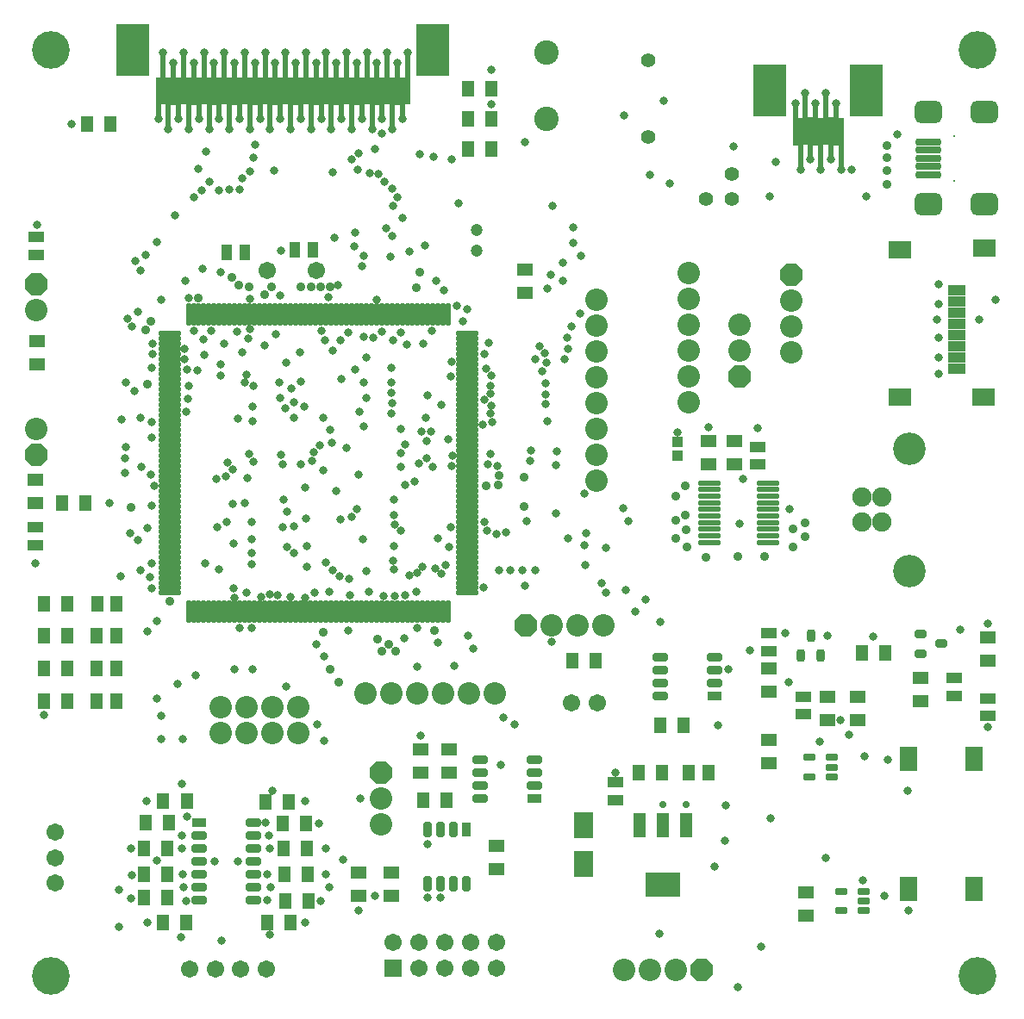
<source format=gts>
G04 Layer_Color=8388736*
%FSLAX43Y43*%
%MOMM*%
G71*
G01*
G75*
%ADD74R,1.203X1.503*%
G04:AMPARAMS|DCode=75|XSize=1.524mm|YSize=0.813mm|CornerRadius=0.254mm|HoleSize=0mm|Usage=FLASHONLY|Rotation=180.000|XOffset=0mm|YOffset=0mm|HoleType=Round|Shape=RoundedRectangle|*
%AMROUNDEDRECTD75*
21,1,1.524,0.305,0,0,180.0*
21,1,1.016,0.813,0,0,180.0*
1,1,0.508,-0.508,0.152*
1,1,0.508,0.508,0.152*
1,1,0.508,0.508,-0.152*
1,1,0.508,-0.508,-0.152*
%
%ADD75ROUNDEDRECTD75*%
%ADD76R,1.473X0.813*%
%ADD77R,1.203X1.603*%
%ADD78R,1.803X2.403*%
G04:AMPARAMS|DCode=79|XSize=0.753mm|YSize=1.203mm|CornerRadius=0.239mm|HoleSize=0mm|Usage=FLASHONLY|Rotation=90.000|XOffset=0mm|YOffset=0mm|HoleType=Round|Shape=RoundedRectangle|*
%AMROUNDEDRECTD79*
21,1,0.753,0.725,0,0,90.0*
21,1,0.275,1.203,0,0,90.0*
1,1,0.478,0.362,0.138*
1,1,0.478,0.362,-0.138*
1,1,0.478,-0.362,-0.138*
1,1,0.478,-0.362,0.138*
%
%ADD79ROUNDEDRECTD79*%
G04:AMPARAMS|DCode=80|XSize=0.853mm|YSize=1.203mm|CornerRadius=0.264mm|HoleSize=0mm|Usage=FLASHONLY|Rotation=270.000|XOffset=0mm|YOffset=0mm|HoleType=Round|Shape=RoundedRectangle|*
%AMROUNDEDRECTD80*
21,1,0.853,0.675,0,0,270.0*
21,1,0.325,1.203,0,0,270.0*
1,1,0.528,-0.338,-0.163*
1,1,0.528,-0.338,0.163*
1,1,0.528,0.338,0.163*
1,1,0.528,0.338,-0.163*
%
%ADD80ROUNDEDRECTD80*%
%ADD81O,2.303X0.503*%
%ADD82O,0.503X2.303*%
%ADD83R,0.503X5.203*%
%ADD84R,3.203X5.203*%
%ADD85R,0.503X4.203*%
%ADD86R,1.703X1.003*%
%ADD87R,2.203X1.653*%
%ADD88O,2.303X0.553*%
%ADD89R,3.453X2.353*%
%ADD90R,1.203X2.353*%
%ADD91R,1.953X2.603*%
%ADD92R,1.053X1.603*%
%ADD93R,1.603X1.053*%
%ADD94R,1.503X1.203*%
%ADD95R,1.103X1.003*%
G04:AMPARAMS|DCode=96|XSize=2.203mm|YSize=2.703mm|CornerRadius=0.602mm|HoleSize=0mm|Usage=FLASHONLY|Rotation=270.000|XOffset=0mm|YOffset=0mm|HoleType=Round|Shape=RoundedRectangle|*
%AMROUNDEDRECTD96*
21,1,2.203,1.500,0,0,270.0*
21,1,1.000,2.703,0,0,270.0*
1,1,1.203,-0.750,-0.500*
1,1,1.203,-0.750,0.500*
1,1,1.203,0.750,0.500*
1,1,1.203,0.750,-0.500*
%
%ADD96ROUNDEDRECTD96*%
G04:AMPARAMS|DCode=97|XSize=0.703mm|YSize=2.503mm|CornerRadius=0.227mm|HoleSize=0mm|Usage=FLASHONLY|Rotation=270.000|XOffset=0mm|YOffset=0mm|HoleType=Round|Shape=RoundedRectangle|*
%AMROUNDEDRECTD97*
21,1,0.703,2.050,0,0,270.0*
21,1,0.250,2.503,0,0,270.0*
1,1,0.453,-1.025,-0.125*
1,1,0.453,-1.025,0.125*
1,1,0.453,1.025,0.125*
1,1,0.453,1.025,-0.125*
%
%ADD97ROUNDEDRECTD97*%
G04:AMPARAMS|DCode=98|XSize=0.853mm|YSize=1.203mm|CornerRadius=0.264mm|HoleSize=0mm|Usage=FLASHONLY|Rotation=0.000|XOffset=0mm|YOffset=0mm|HoleType=Round|Shape=RoundedRectangle|*
%AMROUNDEDRECTD98*
21,1,0.853,0.675,0,0,0.0*
21,1,0.325,1.203,0,0,0.0*
1,1,0.528,0.163,-0.338*
1,1,0.528,-0.163,-0.338*
1,1,0.528,-0.163,0.338*
1,1,0.528,0.163,0.338*
%
%ADD98ROUNDEDRECTD98*%
G04:AMPARAMS|DCode=99|XSize=1.524mm|YSize=0.813mm|CornerRadius=0.254mm|HoleSize=0mm|Usage=FLASHONLY|Rotation=270.000|XOffset=0mm|YOffset=0mm|HoleType=Round|Shape=RoundedRectangle|*
%AMROUNDEDRECTD99*
21,1,1.524,0.305,0,0,270.0*
21,1,1.016,0.813,0,0,270.0*
1,1,0.508,-0.152,-0.508*
1,1,0.508,-0.152,0.508*
1,1,0.508,0.152,0.508*
1,1,0.508,0.152,-0.508*
%
%ADD99ROUNDEDRECTD99*%
%ADD100R,0.813X1.473*%
%ADD101C,1.703*%
%ADD102C,0.903*%
%ADD103C,2.203*%
%ADD104C,1.403*%
%ADD105R,1.703X1.703*%
%ADD106P,2.385X8X112.5*%
%ADD107C,2.403*%
%ADD108P,2.385X8X22.5*%
%ADD109C,1.903*%
%ADD110C,3.203*%
%ADD111C,0.303*%
%ADD112C,1.203*%
%ADD113C,0.803*%
%ADD114C,3.703*%
%ADD115C,0.703*%
D74*
X64300Y95050D02*
D03*
X66600D02*
D03*
X64150Y92550D02*
D03*
X66450D02*
D03*
X64100Y87675D02*
D03*
X66400D02*
D03*
X64125Y89975D02*
D03*
X66425D02*
D03*
X80075Y94950D02*
D03*
X77775D02*
D03*
X76025Y97100D02*
D03*
X78325D02*
D03*
X80150Y92550D02*
D03*
X77850D02*
D03*
X115050Y100000D02*
D03*
X112750D02*
D03*
X108525Y111025D02*
D03*
X106225Y111025D02*
D03*
X117125Y104675D02*
D03*
X114825D02*
D03*
X77975Y87350D02*
D03*
X80275D02*
D03*
X56050Y126475D02*
D03*
X58350D02*
D03*
X136975Y111775D02*
D03*
X134675D02*
D03*
X54275Y116600D02*
D03*
X56575D02*
D03*
X54275Y113408D02*
D03*
X56575D02*
D03*
X54275Y110217D02*
D03*
X56575D02*
D03*
X54275Y107025D02*
D03*
X56575D02*
D03*
X78525Y85225D02*
D03*
X76225D02*
D03*
X68325Y97150D02*
D03*
X66025D02*
D03*
X66000Y85275D02*
D03*
X68300D02*
D03*
X77900Y90025D02*
D03*
X80200D02*
D03*
X91550Y97250D02*
D03*
X93850D02*
D03*
X95975Y167200D02*
D03*
X98275D02*
D03*
X95975Y164250D02*
D03*
X98275D02*
D03*
X95975Y161300D02*
D03*
X98275D02*
D03*
X60822Y163725D02*
D03*
X58522D02*
D03*
D75*
X69583Y90005D02*
D03*
X69583Y88735D02*
D03*
Y87465D02*
D03*
Y93815D02*
D03*
X69583Y92545D02*
D03*
X74917Y88735D02*
D03*
X74917Y90005D02*
D03*
X74917Y87465D02*
D03*
Y93815D02*
D03*
Y95085D02*
D03*
X74917Y92545D02*
D03*
X69583Y91275D02*
D03*
X74917D02*
D03*
X114858Y107545D02*
D03*
X114858Y108815D02*
D03*
Y111355D02*
D03*
X114858Y110085D02*
D03*
X120192Y108815D02*
D03*
Y111355D02*
D03*
X120192Y110085D02*
D03*
X102467Y99985D02*
D03*
Y101255D02*
D03*
Y98715D02*
D03*
X97133Y99985D02*
D03*
Y101255D02*
D03*
Y98715D02*
D03*
Y97445D02*
D03*
D76*
X69583Y95085D02*
D03*
X120192Y107545D02*
D03*
X102467Y97445D02*
D03*
D77*
X119550Y100000D02*
D03*
X117650D02*
D03*
X59525Y116575D02*
D03*
X61425D02*
D03*
X59500Y113400D02*
D03*
X61400D02*
D03*
X59500Y110250D02*
D03*
X61400D02*
D03*
X59500Y107000D02*
D03*
X61400D02*
D03*
D78*
X145650Y101348D02*
D03*
X139250D02*
D03*
X145650Y88550D02*
D03*
X139250D02*
D03*
D79*
X131675Y99575D02*
D03*
X131675Y100525D02*
D03*
X131675Y101475D02*
D03*
X129475D02*
D03*
Y99575D02*
D03*
X134825Y86425D02*
D03*
X134825Y87375D02*
D03*
X134825Y88325D02*
D03*
X132625D02*
D03*
Y86425D02*
D03*
D80*
X142425Y112650D02*
D03*
X140425Y111700D02*
D03*
Y113600D02*
D03*
D81*
X95847Y143143D02*
D03*
Y142643D02*
D03*
Y142143D02*
D03*
Y141643D02*
D03*
Y141143D02*
D03*
Y140643D02*
D03*
Y140143D02*
D03*
Y139643D02*
D03*
Y139143D02*
D03*
Y138643D02*
D03*
Y138143D02*
D03*
Y137643D02*
D03*
Y137143D02*
D03*
Y136643D02*
D03*
Y136143D02*
D03*
Y135643D02*
D03*
Y135143D02*
D03*
Y134643D02*
D03*
Y134143D02*
D03*
Y133643D02*
D03*
Y133143D02*
D03*
Y132643D02*
D03*
Y132143D02*
D03*
Y131643D02*
D03*
Y131143D02*
D03*
Y130643D02*
D03*
Y130143D02*
D03*
Y129643D02*
D03*
Y129143D02*
D03*
Y128643D02*
D03*
Y128143D02*
D03*
Y127643D02*
D03*
Y127143D02*
D03*
Y126643D02*
D03*
Y126143D02*
D03*
Y125643D02*
D03*
Y125143D02*
D03*
Y124643D02*
D03*
Y124143D02*
D03*
Y123643D02*
D03*
Y123143D02*
D03*
Y122643D02*
D03*
Y122143D02*
D03*
Y121643D02*
D03*
Y121143D02*
D03*
Y120643D02*
D03*
Y120143D02*
D03*
Y119643D02*
D03*
Y119143D02*
D03*
Y118643D02*
D03*
Y118143D02*
D03*
Y117643D02*
D03*
X66647D02*
D03*
Y118143D02*
D03*
Y118643D02*
D03*
Y119143D02*
D03*
Y119643D02*
D03*
Y120143D02*
D03*
Y120643D02*
D03*
Y121143D02*
D03*
Y121643D02*
D03*
Y122143D02*
D03*
Y122643D02*
D03*
Y123143D02*
D03*
Y123643D02*
D03*
Y124143D02*
D03*
Y124643D02*
D03*
Y125143D02*
D03*
Y125643D02*
D03*
Y126143D02*
D03*
Y126643D02*
D03*
Y127143D02*
D03*
Y127643D02*
D03*
Y128143D02*
D03*
Y128643D02*
D03*
Y129143D02*
D03*
Y129643D02*
D03*
Y130143D02*
D03*
Y130643D02*
D03*
Y131143D02*
D03*
Y131643D02*
D03*
Y132143D02*
D03*
Y132643D02*
D03*
Y133143D02*
D03*
Y133643D02*
D03*
Y134143D02*
D03*
Y134643D02*
D03*
Y135143D02*
D03*
Y135643D02*
D03*
Y136143D02*
D03*
Y136643D02*
D03*
Y137143D02*
D03*
Y137643D02*
D03*
Y138143D02*
D03*
Y138643D02*
D03*
Y139143D02*
D03*
Y139643D02*
D03*
Y140143D02*
D03*
Y140643D02*
D03*
Y141143D02*
D03*
Y141643D02*
D03*
Y142143D02*
D03*
Y142643D02*
D03*
Y143143D02*
D03*
D82*
X93997Y115793D02*
D03*
X93497D02*
D03*
X92997D02*
D03*
X92497D02*
D03*
X91997D02*
D03*
X91497D02*
D03*
X90997D02*
D03*
X90497D02*
D03*
X89997D02*
D03*
X89497D02*
D03*
X88997D02*
D03*
X88497D02*
D03*
X87997D02*
D03*
X87497D02*
D03*
X86997D02*
D03*
X86497D02*
D03*
X85997D02*
D03*
X85497D02*
D03*
X84997D02*
D03*
X84497D02*
D03*
X83997D02*
D03*
X83497D02*
D03*
X82997D02*
D03*
X82497D02*
D03*
X81997D02*
D03*
X81497D02*
D03*
X80997D02*
D03*
X80497D02*
D03*
X79997D02*
D03*
X79497D02*
D03*
X78997D02*
D03*
X78497D02*
D03*
X77997D02*
D03*
X77497D02*
D03*
X76997D02*
D03*
X76497D02*
D03*
X75997D02*
D03*
X75497D02*
D03*
X74997D02*
D03*
X74497D02*
D03*
X73997D02*
D03*
X73497D02*
D03*
X72997D02*
D03*
X72497D02*
D03*
X71997D02*
D03*
X71497D02*
D03*
X70997D02*
D03*
X70497D02*
D03*
X69997D02*
D03*
X69497D02*
D03*
X68997D02*
D03*
X68497D02*
D03*
Y144993D02*
D03*
X68997D02*
D03*
X69497D02*
D03*
X69997D02*
D03*
X70497D02*
D03*
X70997D02*
D03*
X71497D02*
D03*
X71997D02*
D03*
X72497D02*
D03*
X72997D02*
D03*
X73497D02*
D03*
X73997D02*
D03*
X74497D02*
D03*
X74997D02*
D03*
X75497D02*
D03*
X75997D02*
D03*
X76497D02*
D03*
X76997D02*
D03*
X77497D02*
D03*
X77997D02*
D03*
X78497D02*
D03*
X78997D02*
D03*
X79497D02*
D03*
X79997D02*
D03*
X80497D02*
D03*
X80997D02*
D03*
X81497D02*
D03*
X81997D02*
D03*
X82497D02*
D03*
X82997D02*
D03*
X83497D02*
D03*
X83997D02*
D03*
X84497D02*
D03*
X84997D02*
D03*
X85497D02*
D03*
X85997D02*
D03*
X86497D02*
D03*
X86997D02*
D03*
X87497D02*
D03*
X87997D02*
D03*
X88497D02*
D03*
X88997D02*
D03*
X89497D02*
D03*
X89997D02*
D03*
X90497D02*
D03*
X90997D02*
D03*
X91497D02*
D03*
X91997D02*
D03*
X92497D02*
D03*
X92997D02*
D03*
X93497D02*
D03*
X93997D02*
D03*
D83*
X128600Y161750D02*
D03*
X129100Y164250D02*
D03*
X130600Y161750D02*
D03*
X131100Y164250D02*
D03*
X132600Y161750D02*
D03*
X66025Y168225D02*
D03*
X68025D02*
D03*
X70025D02*
D03*
X72025D02*
D03*
X74025D02*
D03*
X76025D02*
D03*
X78025D02*
D03*
X80025D02*
D03*
X82025D02*
D03*
X84025D02*
D03*
X86025D02*
D03*
X88025D02*
D03*
X90025D02*
D03*
X66525Y165725D02*
D03*
X68525D02*
D03*
X70525D02*
D03*
X72525D02*
D03*
X74525D02*
D03*
X76525D02*
D03*
X78525D02*
D03*
X80525D02*
D03*
X82525D02*
D03*
X84525D02*
D03*
X86525D02*
D03*
X88525D02*
D03*
D84*
X125600Y167000D02*
D03*
X135100D02*
D03*
X92525Y170975D02*
D03*
X63025D02*
D03*
D85*
X128100Y163750D02*
D03*
X129600Y162250D02*
D03*
X130100Y163750D02*
D03*
X131600Y162250D02*
D03*
X132100Y163750D02*
D03*
X65525Y166225D02*
D03*
X67025Y167725D02*
D03*
X67525Y166225D02*
D03*
X69525D02*
D03*
X71525D02*
D03*
X71025Y167725D02*
D03*
X69025D02*
D03*
X73025D02*
D03*
X73525Y166225D02*
D03*
X75025Y167725D02*
D03*
X75525Y166225D02*
D03*
X77025Y167725D02*
D03*
X77525Y166225D02*
D03*
X79025Y167725D02*
D03*
X79525Y166225D02*
D03*
X81025Y167725D02*
D03*
X81525Y166225D02*
D03*
X83025Y167725D02*
D03*
X83525Y166225D02*
D03*
X85025Y167725D02*
D03*
X85525Y166225D02*
D03*
X87025Y167725D02*
D03*
X87525Y166225D02*
D03*
X89025Y167725D02*
D03*
X89525Y166225D02*
D03*
D86*
X144000Y139700D02*
D03*
Y140800D02*
D03*
Y141900D02*
D03*
Y143000D02*
D03*
Y144100D02*
D03*
Y145200D02*
D03*
Y146300D02*
D03*
Y147400D02*
D03*
D87*
X146600Y136900D02*
D03*
X146700Y151500D02*
D03*
X138400Y151400D02*
D03*
Y136900D02*
D03*
D88*
X119625Y128450D02*
D03*
Y127800D02*
D03*
Y127150D02*
D03*
Y126500D02*
D03*
Y125850D02*
D03*
Y125200D02*
D03*
Y124550D02*
D03*
Y123900D02*
D03*
Y123250D02*
D03*
Y122600D02*
D03*
X125425Y128450D02*
D03*
Y127800D02*
D03*
Y127150D02*
D03*
Y126500D02*
D03*
Y125850D02*
D03*
Y125200D02*
D03*
Y124550D02*
D03*
Y123900D02*
D03*
Y123250D02*
D03*
Y122600D02*
D03*
D89*
X115075Y88950D02*
D03*
D90*
X112775Y94800D02*
D03*
X115075Y94800D02*
D03*
X117375Y94800D02*
D03*
D91*
X107275Y94775D02*
D03*
Y90975D02*
D03*
D92*
X80700Y151400D02*
D03*
X78950D02*
D03*
X74025Y151125D02*
D03*
X72275D02*
D03*
D93*
X53500Y124075D02*
D03*
X53500Y122325D02*
D03*
X53575Y152600D02*
D03*
X53575Y150850D02*
D03*
X124375Y130250D02*
D03*
Y132000D02*
D03*
X110475Y97300D02*
D03*
Y99050D02*
D03*
X143725Y109250D02*
D03*
Y107500D02*
D03*
X128900Y107450D02*
D03*
Y105700D02*
D03*
X147025Y107300D02*
D03*
Y105550D02*
D03*
X125525Y111925D02*
D03*
Y113675D02*
D03*
D94*
X53500Y128803D02*
D03*
X53500Y126503D02*
D03*
X53600Y142425D02*
D03*
Y140125D02*
D03*
X119600Y132550D02*
D03*
Y130250D02*
D03*
X122125Y132550D02*
D03*
Y130250D02*
D03*
X134225Y107425D02*
D03*
Y105125D02*
D03*
X129175Y88200D02*
D03*
Y85900D02*
D03*
X125475Y103200D02*
D03*
Y100900D02*
D03*
X131225Y105125D02*
D03*
Y107425D02*
D03*
X125500Y107950D02*
D03*
Y110250D02*
D03*
X98760Y92805D02*
D03*
Y90505D02*
D03*
X88410Y87880D02*
D03*
Y90180D02*
D03*
X85225Y90175D02*
D03*
Y87875D02*
D03*
X140450Y109275D02*
D03*
Y106975D02*
D03*
X146975Y111000D02*
D03*
Y113300D02*
D03*
X101550Y147125D02*
D03*
Y149425D02*
D03*
X94100Y102300D02*
D03*
Y100000D02*
D03*
X91325Y102275D02*
D03*
Y99975D02*
D03*
D95*
X116575Y131150D02*
D03*
Y132450D02*
D03*
D96*
X146675Y164875D02*
D03*
Y155875D02*
D03*
X141175Y164875D02*
D03*
Y155875D02*
D03*
D97*
Y161975D02*
D03*
Y161175D02*
D03*
Y159575D02*
D03*
Y158775D02*
D03*
Y160375D02*
D03*
D98*
X129625Y113475D02*
D03*
X130575Y111475D02*
D03*
X128675D02*
D03*
D99*
X93275Y94347D02*
D03*
X92005D02*
D03*
X94545D02*
D03*
X93275Y89013D02*
D03*
X92005D02*
D03*
X94545D02*
D03*
X95815D02*
D03*
D100*
Y94347D02*
D03*
D101*
X76200Y149300D02*
D03*
X81080D02*
D03*
X108650Y106875D02*
D03*
X106150D02*
D03*
X88570Y83270D02*
D03*
X91110Y80730D02*
D03*
Y83270D02*
D03*
X93650Y80730D02*
D03*
Y83270D02*
D03*
X96190Y80730D02*
D03*
X96190Y83270D02*
D03*
X98730Y80730D02*
D03*
X98730Y83270D02*
D03*
X76150Y80650D02*
D03*
X73650D02*
D03*
X71150D02*
D03*
X68650D02*
D03*
X55425Y89100D02*
D03*
Y91600D02*
D03*
Y94100D02*
D03*
D102*
X69500Y146600D02*
D03*
X76675Y147750D02*
D03*
X64775Y144325D02*
D03*
X64300Y143500D02*
D03*
X117450Y122200D02*
D03*
X116375Y123000D02*
D03*
X127850Y122200D02*
D03*
X129025Y123200D02*
D03*
X127875Y123900D02*
D03*
X117350Y123875D02*
D03*
X116350Y124750D02*
D03*
X117300Y125275D02*
D03*
X64450Y138200D02*
D03*
X62875Y126075D02*
D03*
X99050Y129225D02*
D03*
X97775Y128175D02*
D03*
X129050Y124550D02*
D03*
X117275Y128200D02*
D03*
X116375Y127150D02*
D03*
X82450Y147725D02*
D03*
X81492D02*
D03*
X80533D02*
D03*
X79575D02*
D03*
X74425D02*
D03*
X73425Y147925D02*
D03*
X72800Y148650D02*
D03*
X87050Y113125D02*
D03*
X87475Y111925D02*
D03*
X88175Y112550D02*
D03*
X88825Y111925D02*
D03*
X92650Y113975D02*
D03*
X75975Y146925D02*
D03*
X90850Y147650D02*
D03*
X66650Y116850D02*
D03*
X101500Y126150D02*
D03*
X81700Y113750D02*
D03*
X101425Y129025D02*
D03*
X91200Y149175D02*
D03*
X82425Y110100D02*
D03*
X83225Y108900D02*
D03*
X125075Y121250D02*
D03*
X122475D02*
D03*
X119350Y121125D02*
D03*
X137125Y157825D02*
D03*
X137103Y159200D02*
D03*
Y160400D02*
D03*
Y161625D02*
D03*
X98925Y128250D02*
D03*
D103*
X71642Y106422D02*
D03*
X71642Y103882D02*
D03*
X74182Y103882D02*
D03*
X74182Y106422D02*
D03*
X76722Y103882D02*
D03*
Y106422D02*
D03*
X79262Y103882D02*
D03*
Y106422D02*
D03*
X98625Y107725D02*
D03*
X96085D02*
D03*
X93545D02*
D03*
X91005D02*
D03*
X88465D02*
D03*
X85925D02*
D03*
X108600Y146500D02*
D03*
Y143960D02*
D03*
Y141420D02*
D03*
Y138880D02*
D03*
Y136340D02*
D03*
Y133800D02*
D03*
Y131260D02*
D03*
Y128720D02*
D03*
X53575Y133745D02*
D03*
X53575Y145455D02*
D03*
X122625Y143965D02*
D03*
Y141425D02*
D03*
X117650Y136375D02*
D03*
Y138915D02*
D03*
Y141455D02*
D03*
Y143995D02*
D03*
Y146535D02*
D03*
Y149075D02*
D03*
X116345Y80575D02*
D03*
X113805D02*
D03*
X111265D02*
D03*
X127750Y146395D02*
D03*
Y143855D02*
D03*
Y141315D02*
D03*
X87375Y94900D02*
D03*
Y97440D02*
D03*
X109285Y114425D02*
D03*
X106745D02*
D03*
X104205D02*
D03*
D104*
X113625Y162425D02*
D03*
Y170025D02*
D03*
X119350Y156325D02*
D03*
X121850D02*
D03*
Y158825D02*
D03*
D105*
X88570Y80730D02*
D03*
D106*
X53575Y131205D02*
D03*
X53575Y147995D02*
D03*
X122625Y138885D02*
D03*
X127750Y148935D02*
D03*
X87375Y99980D02*
D03*
D107*
X103625Y170725D02*
D03*
Y164225D02*
D03*
D108*
X118885Y80575D02*
D03*
X101665Y114425D02*
D03*
D109*
X134625Y127075D02*
D03*
X136615Y124575D02*
D03*
X134625D02*
D03*
X136615Y127075D02*
D03*
D110*
X139325Y131845D02*
D03*
Y119805D02*
D03*
D111*
X143738Y162562D02*
D03*
X143738Y158125D02*
D03*
D112*
X96825Y151275D02*
D03*
Y153275D02*
D03*
D113*
X67875Y98850D02*
D03*
X98125Y135250D02*
D03*
X107000Y145075D02*
D03*
X105450Y140600D02*
D03*
X105800Y141600D02*
D03*
X105725Y142725D02*
D03*
X103600Y138275D02*
D03*
X102975Y141850D02*
D03*
X103625Y140250D02*
D03*
X103275Y139450D02*
D03*
X106100Y143825D02*
D03*
X105300Y148300D02*
D03*
X103750Y147550D02*
D03*
X105300Y150100D02*
D03*
X111200Y125950D02*
D03*
X89525Y154500D02*
D03*
X104575Y130225D02*
D03*
X107350Y127400D02*
D03*
X63275Y150250D02*
D03*
X63800Y134900D02*
D03*
X130100Y165750D02*
D03*
X129600Y160250D02*
D03*
X128100Y165750D02*
D03*
X131100Y166750D02*
D03*
X129100D02*
D03*
X130600Y159250D02*
D03*
X131600Y160250D02*
D03*
X132600Y159250D02*
D03*
X132100Y165750D02*
D03*
X89525Y164225D02*
D03*
X87525D02*
D03*
X85525D02*
D03*
X66525Y163225D02*
D03*
X66025Y170725D02*
D03*
X65525Y164225D02*
D03*
X68525Y163225D02*
D03*
X70525D02*
D03*
X72525D02*
D03*
X74525D02*
D03*
X76525D02*
D03*
X78525D02*
D03*
X80525D02*
D03*
X82525D02*
D03*
X84525D02*
D03*
X86525D02*
D03*
X88525D02*
D03*
X68025Y170725D02*
D03*
X70025D02*
D03*
X72025D02*
D03*
X74025D02*
D03*
X76025D02*
D03*
X78025D02*
D03*
X80025D02*
D03*
X82025D02*
D03*
X84025D02*
D03*
X86025D02*
D03*
X88025D02*
D03*
X90025D02*
D03*
X67025Y169725D02*
D03*
X67525Y164225D02*
D03*
X69525D02*
D03*
X71525D02*
D03*
X73525D02*
D03*
X75525D02*
D03*
X77525D02*
D03*
X79525D02*
D03*
X81525D02*
D03*
X83525D02*
D03*
X69025Y169725D02*
D03*
X71025D02*
D03*
X73025D02*
D03*
X75025D02*
D03*
X77025D02*
D03*
X79025D02*
D03*
X81025D02*
D03*
X83025D02*
D03*
X85025D02*
D03*
X87025D02*
D03*
X89025D02*
D03*
X63200Y137475D02*
D03*
X89675Y113150D02*
D03*
X98175Y131300D02*
D03*
X134875Y101575D02*
D03*
X74825Y110150D02*
D03*
X116575Y133450D02*
D03*
X138125Y162675D02*
D03*
X122950Y128825D02*
D03*
X119600Y133900D02*
D03*
X103525Y141175D02*
D03*
X98000Y142200D02*
D03*
X102600Y140600D02*
D03*
X53425Y120525D02*
D03*
X60750Y126475D02*
D03*
X53650Y153825D02*
D03*
X62350Y138300D02*
D03*
X62225Y130875D02*
D03*
X62350Y131950D02*
D03*
X62225Y129425D02*
D03*
X61875Y119250D02*
D03*
X113425Y116975D02*
D03*
X77100Y143100D02*
D03*
X70700Y143450D02*
D03*
X71625Y149200D02*
D03*
X77775Y130325D02*
D03*
X77551Y131225D02*
D03*
X74425Y131300D02*
D03*
X74900Y130525D02*
D03*
X124375Y133850D02*
D03*
X127525Y125850D02*
D03*
X91500Y120250D02*
D03*
X72972Y118093D02*
D03*
X72997Y117147D02*
D03*
X83325Y119250D02*
D03*
X80900Y117700D02*
D03*
X93325Y136100D02*
D03*
X115175Y166000D02*
D03*
X106250Y153575D02*
D03*
X115750Y157850D02*
D03*
X113825Y158725D02*
D03*
X111325Y164575D02*
D03*
X103600Y137150D02*
D03*
Y136200D02*
D03*
X107025Y150775D02*
D03*
X103750Y134500D02*
D03*
X106250Y152075D02*
D03*
X84825Y151700D02*
D03*
X75025Y161700D02*
D03*
X77497Y146903D02*
D03*
X84175Y113975D02*
D03*
X77400Y138293D02*
D03*
X71625Y140100D02*
D03*
X84275Y119025D02*
D03*
X74200Y117675D02*
D03*
X85972Y119793D02*
D03*
X85201Y129275D02*
D03*
X90697Y128568D02*
D03*
X89326Y131400D02*
D03*
X93988Y132743D02*
D03*
X92850Y148350D02*
D03*
X93575Y147375D02*
D03*
X95900Y145550D02*
D03*
X94825Y145850D02*
D03*
X95425Y144375D02*
D03*
X102550Y119875D02*
D03*
X104575Y125475D02*
D03*
X97750Y139700D02*
D03*
X98250Y139050D02*
D03*
X95025Y155900D02*
D03*
X101300Y119875D02*
D03*
X98975Y119850D02*
D03*
X97468Y118143D02*
D03*
X99725Y123575D02*
D03*
X97825Y123800D02*
D03*
X71750Y83450D02*
D03*
X82325Y88725D02*
D03*
X65400Y91300D02*
D03*
X83650Y91425D02*
D03*
X61650Y84825D02*
D03*
Y88475D02*
D03*
X76500Y84075D02*
D03*
X67925Y103275D02*
D03*
X65850Y103250D02*
D03*
X64450Y113875D02*
D03*
X65000Y142150D02*
D03*
X68100Y141650D02*
D03*
X65007Y141143D02*
D03*
X68125Y140650D02*
D03*
X62900Y143825D02*
D03*
X54275Y105675D02*
D03*
X64875Y139800D02*
D03*
X65800Y146425D02*
D03*
X121500Y110100D02*
D03*
X123650Y111975D02*
D03*
X120475Y104675D02*
D03*
X78575Y137750D02*
D03*
X79525Y138375D02*
D03*
X77501Y136825D02*
D03*
X68247Y135443D02*
D03*
X64275Y150825D02*
D03*
X88550Y157375D02*
D03*
X88625Y155650D02*
D03*
X91700Y151800D02*
D03*
X89000Y156525D02*
D03*
X76950Y159200D02*
D03*
X88775Y124400D02*
D03*
X89325Y123750D02*
D03*
X85622Y122918D02*
D03*
X81975Y120625D02*
D03*
X80150Y120250D02*
D03*
X82675Y141500D02*
D03*
X78150Y125650D02*
D03*
X80025Y124925D02*
D03*
X72929Y122481D02*
D03*
X72275Y124625D02*
D03*
X72850Y129775D02*
D03*
X74275Y128900D02*
D03*
X72300Y130475D02*
D03*
X79425Y141318D02*
D03*
X78054Y140257D02*
D03*
X81725Y129725D02*
D03*
X92325Y133525D02*
D03*
X91975Y137025D02*
D03*
X89385Y130031D02*
D03*
X84025Y131890D02*
D03*
X133400Y103700D02*
D03*
X125600Y156600D02*
D03*
X135100D02*
D03*
X90200Y151200D02*
D03*
X104100Y148900D02*
D03*
X104300Y155700D02*
D03*
X96500Y112200D02*
D03*
X96000Y113400D02*
D03*
X109100Y118600D02*
D03*
X107500Y120400D02*
D03*
X107400Y122300D02*
D03*
X142000Y144500D02*
D03*
X147800Y146500D02*
D03*
X102075Y130650D02*
D03*
X82700Y159000D02*
D03*
X69050Y156575D02*
D03*
X61900Y134700D02*
D03*
X65400Y152100D02*
D03*
X120175Y90775D02*
D03*
X139250Y86425D02*
D03*
X114775Y84175D02*
D03*
X132550Y105125D02*
D03*
X137225Y101250D02*
D03*
X139125Y98225D02*
D03*
X134775Y89425D02*
D03*
X136875Y87875D02*
D03*
X62550Y144600D02*
D03*
X63750Y149325D02*
D03*
X63550Y145275D02*
D03*
X72025Y142150D02*
D03*
X70200Y161050D02*
D03*
X85750Y150800D02*
D03*
X67200Y154750D02*
D03*
X69500Y159350D02*
D03*
X82800Y152550D02*
D03*
X87705Y117306D02*
D03*
X74888Y160412D02*
D03*
X72525Y157300D02*
D03*
X84900Y153100D02*
D03*
X69800Y157250D02*
D03*
X68150Y148350D02*
D03*
X86300Y158900D02*
D03*
X97600Y141150D02*
D03*
X70600Y158025D02*
D03*
X71475Y157250D02*
D03*
X74575Y159100D02*
D03*
X73750Y158425D02*
D03*
X73525Y157300D02*
D03*
X87875Y153450D02*
D03*
X88475Y152700D02*
D03*
X87150Y158850D02*
D03*
X87775Y158075D02*
D03*
X77625Y151275D02*
D03*
X101700Y124700D02*
D03*
X88375Y150650D02*
D03*
X85550Y149775D02*
D03*
X69875Y149500D02*
D03*
X81850Y111375D02*
D03*
X91000Y110425D02*
D03*
X102150Y131625D02*
D03*
X79950Y97150D02*
D03*
X82025Y90025D02*
D03*
X92005Y87710D02*
D03*
X93275Y87690D02*
D03*
X86835Y87880D02*
D03*
X64450Y85250D02*
D03*
X64400Y97150D02*
D03*
X81700Y134900D02*
D03*
X88650Y122250D02*
D03*
X91900Y132550D02*
D03*
X91800Y134900D02*
D03*
X89350Y133800D02*
D03*
X84875Y139594D02*
D03*
X85275Y135450D02*
D03*
X83475Y138650D02*
D03*
X88450Y137300D02*
D03*
X88525Y136300D02*
D03*
X74675Y122900D02*
D03*
X85725Y138325D02*
D03*
X88400Y138318D02*
D03*
X85750Y134000D02*
D03*
X89800Y117450D02*
D03*
X72850Y126400D02*
D03*
X72175Y129100D02*
D03*
X78000Y135750D02*
D03*
X79900Y135925D02*
D03*
X78825Y134900D02*
D03*
X78850Y136425D02*
D03*
X74072Y138318D02*
D03*
X68447Y136693D02*
D03*
X68500Y146600D02*
D03*
X97575Y124650D02*
D03*
X74672Y121543D02*
D03*
X74822Y135968D02*
D03*
X75997Y141993D02*
D03*
X70000Y142600D02*
D03*
X89797Y128218D02*
D03*
X93322Y119543D02*
D03*
X69347Y139518D02*
D03*
X74847Y137993D02*
D03*
X74747Y124618D02*
D03*
X91897Y130868D02*
D03*
X92997Y122993D02*
D03*
X92397Y143393D02*
D03*
X76447Y117543D02*
D03*
X64875Y118125D02*
D03*
X74175Y139075D02*
D03*
X88650Y126793D02*
D03*
X83400Y142450D02*
D03*
X84225Y143225D02*
D03*
X92451Y130000D02*
D03*
X89772Y132268D02*
D03*
X91347Y133543D02*
D03*
X91097Y130368D02*
D03*
X88650Y125300D02*
D03*
X88600Y120800D02*
D03*
X74772Y134518D02*
D03*
X73322Y134797D02*
D03*
X86997Y146472D02*
D03*
X88425Y139800D02*
D03*
X91522Y142118D02*
D03*
X82650Y119900D02*
D03*
X88425Y135300D02*
D03*
X90997Y114228D02*
D03*
X83026Y127650D02*
D03*
X85025Y125850D02*
D03*
X80775Y131500D02*
D03*
X79525Y130325D02*
D03*
X84500Y125100D02*
D03*
X83400Y124840D02*
D03*
X71450Y120000D02*
D03*
X70172Y120525D02*
D03*
X82375Y133650D02*
D03*
X82625Y132400D02*
D03*
X81375Y132150D02*
D03*
X74050Y126450D02*
D03*
X80600Y130600D02*
D03*
X82300Y117725D02*
D03*
X80100Y122225D02*
D03*
X78850Y121525D02*
D03*
X78175Y122175D02*
D03*
X68500Y138025D02*
D03*
X70025Y141075D02*
D03*
X73800Y141290D02*
D03*
X71650Y139000D02*
D03*
X68997Y143453D02*
D03*
X94232Y124143D02*
D03*
X94443Y131143D02*
D03*
X94325Y140350D02*
D03*
X81925Y142500D02*
D03*
X81575Y143400D02*
D03*
X68318Y139643D02*
D03*
X77275Y117425D02*
D03*
X79997Y117203D02*
D03*
X86007Y136793D02*
D03*
X80000Y127975D02*
D03*
X77854Y126806D02*
D03*
X78875Y124175D02*
D03*
X77750Y124100D02*
D03*
X146150Y144500D02*
D03*
X142175Y148000D02*
D03*
X142150Y146050D02*
D03*
Y142725D02*
D03*
X142175Y140800D02*
D03*
X142150Y139200D02*
D03*
X73000Y110175D02*
D03*
X110475Y99975D02*
D03*
X81975Y92550D02*
D03*
X79975Y85250D02*
D03*
X101575Y161975D02*
D03*
X133600Y159250D02*
D03*
X127475Y108875D02*
D03*
X127125Y113675D02*
D03*
X130525Y103050D02*
D03*
X147025Y104450D02*
D03*
X146975Y114650D02*
D03*
X73497Y114178D02*
D03*
X92975Y112725D02*
D03*
X94625Y110450D02*
D03*
X86775Y161250D02*
D03*
X92575Y160500D02*
D03*
X85125Y159225D02*
D03*
X94075Y122150D02*
D03*
X90201Y119324D02*
D03*
X90900Y117750D02*
D03*
X90997Y119593D02*
D03*
X88650Y119975D02*
D03*
X86225Y117750D02*
D03*
X93772Y120393D02*
D03*
X92705Y120031D02*
D03*
X64850Y126250D02*
D03*
X83200Y147900D02*
D03*
X82275Y146725D02*
D03*
X122650Y124450D02*
D03*
X89925Y142050D02*
D03*
X89325Y143250D02*
D03*
X88600Y142475D02*
D03*
X94325Y130150D02*
D03*
X97900Y130300D02*
D03*
X88800Y117350D02*
D03*
X74750Y114175D02*
D03*
X78075Y108450D02*
D03*
X81125Y104725D02*
D03*
X81825Y103125D02*
D03*
X75625Y117275D02*
D03*
X78500Y117250D02*
D03*
X81025Y112625D02*
D03*
X73275Y143300D02*
D03*
X74350Y142675D02*
D03*
X74575Y143575D02*
D03*
X64875Y132875D02*
D03*
X64925Y134425D02*
D03*
X64825Y129300D02*
D03*
X65107Y128143D02*
D03*
X63850Y130000D02*
D03*
X84325Y117425D02*
D03*
X94225Y138900D02*
D03*
X131100Y91575D02*
D03*
X85932Y140793D02*
D03*
X85675Y142850D02*
D03*
X86675Y142775D02*
D03*
X87500Y143325D02*
D03*
X74725Y120500D02*
D03*
X64900Y120575D02*
D03*
X63800Y119900D02*
D03*
X64725Y119175D02*
D03*
X71300Y124075D02*
D03*
X71200Y128850D02*
D03*
X74525Y146575D02*
D03*
X64475Y124025D02*
D03*
X62800Y123525D02*
D03*
X63550Y122825D02*
D03*
X98750Y123425D02*
D03*
X100100Y119850D02*
D03*
X112375Y115850D02*
D03*
X114875Y114825D02*
D03*
X135750Y113325D02*
D03*
X144325Y114000D02*
D03*
X131250Y113475D02*
D03*
X125650Y95475D02*
D03*
X109475Y122075D02*
D03*
X105750Y123000D02*
D03*
X107575Y123550D02*
D03*
X104700Y131525D02*
D03*
X121250Y96775D02*
D03*
X121225Y93275D02*
D03*
X98200Y138025D02*
D03*
X97550Y136675D02*
D03*
X98175Y137200D02*
D03*
X97425Y134150D02*
D03*
X98325Y134475D02*
D03*
X98255Y136007D02*
D03*
X67825Y93825D02*
D03*
X67850Y92550D02*
D03*
X62850Y92525D02*
D03*
X67950Y89975D02*
D03*
X62900Y89900D02*
D03*
X62875Y87575D02*
D03*
X68025Y88725D02*
D03*
X67725Y83825D02*
D03*
X68300Y87375D02*
D03*
X71075Y91275D02*
D03*
X73375D02*
D03*
X76750Y98225D02*
D03*
X76225Y87450D02*
D03*
X76575Y88725D02*
D03*
X81475Y87350D02*
D03*
X76400Y93825D02*
D03*
X76025Y95075D02*
D03*
X81275Y94950D02*
D03*
X92000Y92950D02*
D03*
X65375Y114850D02*
D03*
X69200Y109575D02*
D03*
X67400Y108725D02*
D03*
X65850Y105575D02*
D03*
X65400Y107250D02*
D03*
X99175Y100775D02*
D03*
X85400Y97400D02*
D03*
X91325Y103625D02*
D03*
X85225Y86450D02*
D03*
X76525Y92550D02*
D03*
X76200Y90000D02*
D03*
X68325Y95675D02*
D03*
X101575Y118350D02*
D03*
X98800Y130125D02*
D03*
X111750Y124725D02*
D03*
X111450Y117900D02*
D03*
X109500Y117650D02*
D03*
X104175Y112825D02*
D03*
X99429Y105379D02*
D03*
X100525Y104725D02*
D03*
X57050Y163725D02*
D03*
X98275Y169050D02*
D03*
Y165650D02*
D03*
X94375Y160250D02*
D03*
X87500Y162800D02*
D03*
X84525Y160225D02*
D03*
X85250Y160825D02*
D03*
X91250Y160800D02*
D03*
X128600Y159250D02*
D03*
X126175Y160025D02*
D03*
X122025Y161550D02*
D03*
X124750Y82875D02*
D03*
X122450Y78875D02*
D03*
D114*
X55000Y171000D02*
D03*
X146000D02*
D03*
Y80000D02*
D03*
X55000D02*
D03*
D115*
X115075Y96875D02*
D03*
X117375D02*
D03*
M02*

</source>
